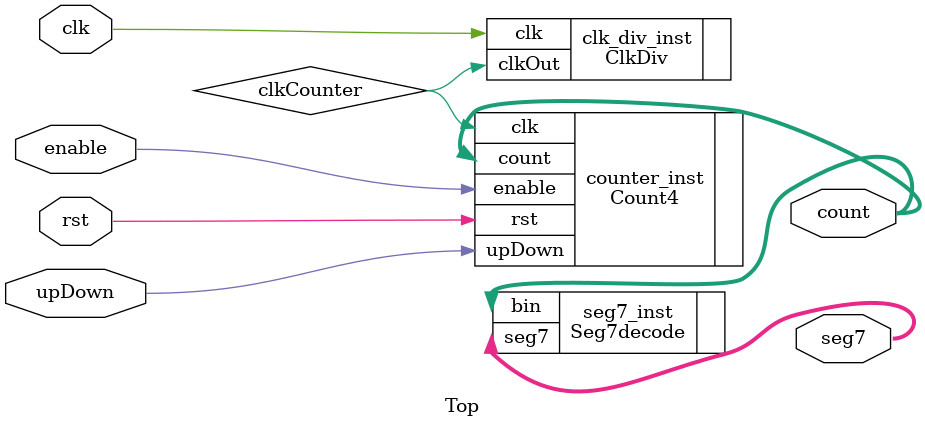
<source format=v>
module Top(clk, rst, enable, upDown, count, seg7);
   // count[3:0] output included for convenience in debug and testbenches
   input clk, rst, enable, upDown;
   output [3:0] count;
   output [6:0] seg7;

   wire clkCounter;  // divided clock for Counter module

   // Instantiate the clock divider
   ClkDiv clk_div_inst(.clk(clk), .clkOut(clkCounter));

   // Instantiate the up-down counter
   Count4 counter_inst(
      .clk(clkCounter),
      .rst(rst),
      .enable(enable),
      .upDown(upDown),
      .count(count)
   );

   // Instantiate the 7-segment LED decoder
   Seg7decode seg7_inst(
      .bin(count),
      .seg7(seg7)
   );

endmodule
</source>
